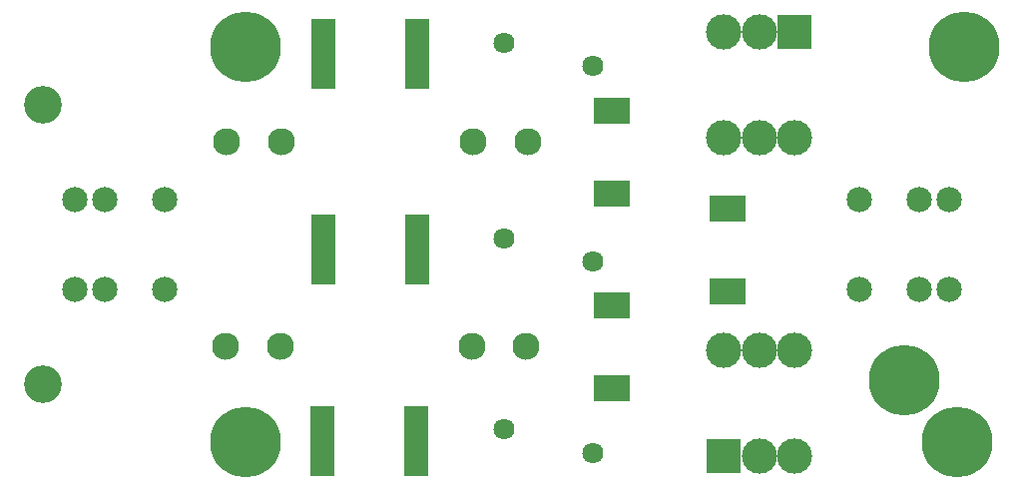
<source format=gts>
%TF.GenerationSoftware,KiCad,Pcbnew,(6.0.7)*%
%TF.CreationDate,2024-06-21T12:53:56+05:30*%
%TF.ProjectId,BBNL_PDU_Protector,42424e4c-5f50-4445-955f-50726f746563,rev?*%
%TF.SameCoordinates,Original*%
%TF.FileFunction,Soldermask,Top*%
%TF.FilePolarity,Negative*%
%FSLAX46Y46*%
G04 Gerber Fmt 4.6, Leading zero omitted, Abs format (unit mm)*
G04 Created by KiCad (PCBNEW (6.0.7)) date 2024-06-21 12:53:56*
%MOMM*%
%LPD*%
G01*
G04 APERTURE LIST*
G04 Aperture macros list*
%AMRoundRect*
0 Rectangle with rounded corners*
0 $1 Rounding radius*
0 $2 $3 $4 $5 $6 $7 $8 $9 X,Y pos of 4 corners*
0 Add a 4 corners polygon primitive as box body*
4,1,4,$2,$3,$4,$5,$6,$7,$8,$9,$2,$3,0*
0 Add four circle primitives for the rounded corners*
1,1,$1+$1,$2,$3*
1,1,$1+$1,$4,$5*
1,1,$1+$1,$6,$7*
1,1,$1+$1,$8,$9*
0 Add four rect primitives between the rounded corners*
20,1,$1+$1,$2,$3,$4,$5,0*
20,1,$1+$1,$4,$5,$6,$7,0*
20,1,$1+$1,$6,$7,$8,$9,0*
20,1,$1+$1,$8,$9,$2,$3,0*%
G04 Aperture macros list end*
%ADD10C,1.794000*%
%ADD11RoundRect,0.102000X0.900000X2.900000X-0.900000X2.900000X-0.900000X-2.900000X0.900000X-2.900000X0*%
%ADD12C,3.000000*%
%ADD13R,3.000000X3.000000*%
%ADD14RoundRect,0.102000X-0.900000X-2.900000X0.900000X-2.900000X0.900000X2.900000X-0.900000X2.900000X0*%
%ADD15C,2.300000*%
%ADD16C,3.200000*%
%ADD17C,2.154000*%
%ADD18C,6.000000*%
%ADD19C,3.400000*%
%ADD20R,3.150000X2.200000*%
G04 APERTURE END LIST*
D10*
%TO.C,RV1*%
X110750000Y-64600000D03*
X118250000Y-66600000D03*
%TD*%
D11*
%TO.C,GD2*%
X103400000Y-82200000D03*
X95400000Y-82200000D03*
%TD*%
D10*
%TO.C,RV3*%
X118250000Y-99400000D03*
X110750000Y-97400000D03*
%TD*%
D12*
%TO.C,L2*%
X132400000Y-99700000D03*
X135400000Y-99700000D03*
D13*
X129400000Y-99700000D03*
D12*
X129400000Y-90700000D03*
X135400000Y-90700000D03*
X132400000Y-90700000D03*
%TD*%
D14*
%TO.C,GD1*%
X95400000Y-65600000D03*
X103400000Y-65600000D03*
%TD*%
D15*
%TO.C,F2*%
X87150000Y-90400000D03*
X91750000Y-90400000D03*
X108050000Y-90400000D03*
X112650000Y-90400000D03*
%TD*%
D16*
%TO.C,J1*%
X71662500Y-93620000D03*
X71662500Y-69880000D03*
D17*
X82002500Y-77940000D03*
X76922500Y-77940000D03*
X74382500Y-77940000D03*
X82002500Y-85560000D03*
X76922500Y-85560000D03*
X74382500Y-85560000D03*
%TD*%
D10*
%TO.C,RV2*%
X110750000Y-81200000D03*
X118250000Y-83200000D03*
%TD*%
D11*
%TO.C,GD3*%
X103300000Y-98400000D03*
X95300000Y-98400000D03*
%TD*%
D18*
%TO.C,H5*%
X144700000Y-93300000D03*
D19*
X144700000Y-93300000D03*
%TD*%
D18*
%TO.C,H3*%
X149800000Y-65000000D03*
D19*
X149800000Y-65000000D03*
%TD*%
%TO.C,H4*%
X149200000Y-98500000D03*
D18*
X149200000Y-98500000D03*
%TD*%
D15*
%TO.C,F1*%
X87250000Y-73000000D03*
X91850000Y-73000000D03*
X112750000Y-73000000D03*
X108150000Y-73000000D03*
%TD*%
D20*
%TO.C,D1*%
X119900000Y-77400000D03*
X119900000Y-70400000D03*
%TD*%
D13*
%TO.C,L1*%
X135400000Y-63700000D03*
D12*
X132400000Y-63700000D03*
X129400000Y-63700000D03*
X132400000Y-72700000D03*
X135400000Y-72700000D03*
X129400000Y-72700000D03*
%TD*%
D20*
%TO.C,D2*%
X129700000Y-85700000D03*
X129700000Y-78700000D03*
%TD*%
D19*
%TO.C,H2*%
X88800000Y-98500000D03*
D18*
X88800000Y-98500000D03*
%TD*%
D17*
%TO.C,J2*%
X140917500Y-85560000D03*
X145997500Y-85560000D03*
X148537500Y-85560000D03*
X140917500Y-77940000D03*
X145997500Y-77940000D03*
X148537500Y-77940000D03*
%TD*%
D19*
%TO.C,H1*%
X88800000Y-65000000D03*
D18*
X88800000Y-65000000D03*
%TD*%
D20*
%TO.C,D3*%
X119900000Y-93900000D03*
X119900000Y-86900000D03*
%TD*%
M02*

</source>
